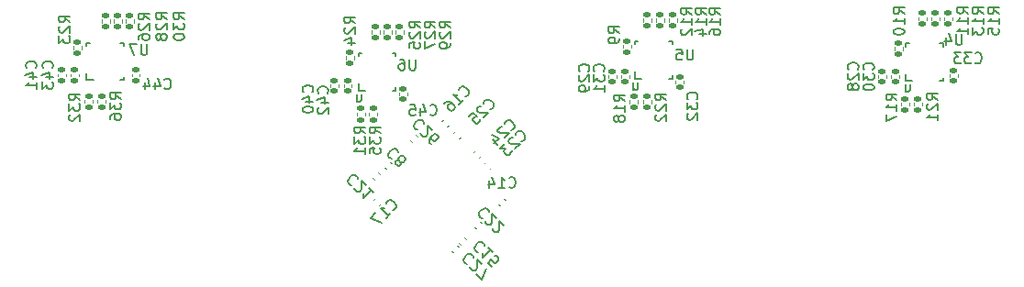
<source format=gbo>
G04 #@! TF.GenerationSoftware,KiCad,Pcbnew,(6.0.8)*
G04 #@! TF.CreationDate,2023-07-25T16:12:09-04:00*
G04 #@! TF.ProjectId,Hybrid USB Hub (USB3.0),48796272-6964-4205-9553-422048756220,v1.0*
G04 #@! TF.SameCoordinates,Original*
G04 #@! TF.FileFunction,Legend,Bot*
G04 #@! TF.FilePolarity,Positive*
%FSLAX46Y46*%
G04 Gerber Fmt 4.6, Leading zero omitted, Abs format (unit mm)*
G04 Created by KiCad (PCBNEW (6.0.8)) date 2023-07-25 16:12:09*
%MOMM*%
%LPD*%
G01*
G04 APERTURE LIST*
G04 Aperture macros list*
%AMRoundRect*
0 Rectangle with rounded corners*
0 $1 Rounding radius*
0 $2 $3 $4 $5 $6 $7 $8 $9 X,Y pos of 4 corners*
0 Add a 4 corners polygon primitive as box body*
4,1,4,$2,$3,$4,$5,$6,$7,$8,$9,$2,$3,0*
0 Add four circle primitives for the rounded corners*
1,1,$1+$1,$2,$3*
1,1,$1+$1,$4,$5*
1,1,$1+$1,$6,$7*
1,1,$1+$1,$8,$9*
0 Add four rect primitives between the rounded corners*
20,1,$1+$1,$2,$3,$4,$5,0*
20,1,$1+$1,$4,$5,$6,$7,0*
20,1,$1+$1,$6,$7,$8,$9,0*
20,1,$1+$1,$8,$9,$2,$3,0*%
G04 Aperture macros list end*
%ADD10C,0.150000*%
%ADD11C,0.120000*%
%ADD12C,0.152400*%
%ADD13C,1.200000*%
%ADD14O,1.200000X2.100000*%
%ADD15O,1.200000X2.400000*%
%ADD16R,1.600000X1.600000*%
%ADD17C,1.600000*%
%ADD18C,3.200000*%
%ADD19R,4.000000X2.000000*%
%ADD20O,3.300000X2.000000*%
%ADD21O,2.000000X3.500000*%
%ADD22RoundRect,0.140000X0.021213X-0.219203X0.219203X-0.021213X-0.021213X0.219203X-0.219203X0.021213X0*%
%ADD23RoundRect,0.135000X-0.185000X0.135000X-0.185000X-0.135000X0.185000X-0.135000X0.185000X0.135000X0*%
%ADD24RoundRect,0.135000X0.185000X-0.135000X0.185000X0.135000X-0.185000X0.135000X-0.185000X-0.135000X0*%
%ADD25RoundRect,0.140000X-0.170000X0.140000X-0.170000X-0.140000X0.170000X-0.140000X0.170000X0.140000X0*%
%ADD26C,0.600000*%
%ADD27R,1.659999X1.659999*%
%ADD28O,0.599999X0.240000*%
%ADD29O,0.240000X0.599999*%
%ADD30RoundRect,0.140000X-0.219203X-0.021213X-0.021213X-0.219203X0.219203X0.021213X0.021213X0.219203X0*%
%ADD31RoundRect,0.140000X0.219203X0.021213X0.021213X0.219203X-0.219203X-0.021213X-0.021213X-0.219203X0*%
%ADD32RoundRect,0.140000X-0.021213X0.219203X-0.219203X0.021213X0.021213X-0.219203X0.219203X-0.021213X0*%
G04 APERTURE END LIST*
D10*
X153707106Y-106397969D02*
X153774450Y-106397969D01*
X153909137Y-106330625D01*
X153976480Y-106263282D01*
X154043824Y-106128595D01*
X154043824Y-105993908D01*
X154010152Y-105892893D01*
X153909137Y-105724534D01*
X153808122Y-105623519D01*
X153639763Y-105522503D01*
X153538748Y-105488832D01*
X153404061Y-105488832D01*
X153269374Y-105556175D01*
X153202030Y-105623519D01*
X153134687Y-105758206D01*
X153134687Y-105825549D01*
X152865312Y-106094923D02*
X152797969Y-106094923D01*
X152696954Y-106128595D01*
X152528595Y-106296954D01*
X152494923Y-106397969D01*
X152494923Y-106465312D01*
X152528595Y-106566328D01*
X152595938Y-106633671D01*
X152730625Y-106701015D01*
X153538748Y-106701015D01*
X153101015Y-107138748D01*
X152023519Y-107273435D02*
X152494923Y-107744839D01*
X151922503Y-106835702D02*
X152595938Y-107172419D01*
X152158206Y-107610152D01*
X163722380Y-97463333D02*
X163246190Y-97130000D01*
X163722380Y-96891904D02*
X162722380Y-96891904D01*
X162722380Y-97272857D01*
X162770000Y-97368095D01*
X162817619Y-97415714D01*
X162912857Y-97463333D01*
X163055714Y-97463333D01*
X163150952Y-97415714D01*
X163198571Y-97368095D01*
X163246190Y-97272857D01*
X163246190Y-96891904D01*
X163722380Y-97939523D02*
X163722380Y-98130000D01*
X163674761Y-98225238D01*
X163627142Y-98272857D01*
X163484285Y-98368095D01*
X163293809Y-98415714D01*
X162912857Y-98415714D01*
X162817619Y-98368095D01*
X162770000Y-98320476D01*
X162722380Y-98225238D01*
X162722380Y-98034761D01*
X162770000Y-97939523D01*
X162817619Y-97891904D01*
X162912857Y-97844285D01*
X163150952Y-97844285D01*
X163246190Y-97891904D01*
X163293809Y-97939523D01*
X163341428Y-98034761D01*
X163341428Y-98225238D01*
X163293809Y-98320476D01*
X163246190Y-98368095D01*
X163150952Y-98415714D01*
X195922380Y-95652142D02*
X195446190Y-95318809D01*
X195922380Y-95080714D02*
X194922380Y-95080714D01*
X194922380Y-95461666D01*
X194970000Y-95556904D01*
X195017619Y-95604523D01*
X195112857Y-95652142D01*
X195255714Y-95652142D01*
X195350952Y-95604523D01*
X195398571Y-95556904D01*
X195446190Y-95461666D01*
X195446190Y-95080714D01*
X195922380Y-96604523D02*
X195922380Y-96033095D01*
X195922380Y-96318809D02*
X194922380Y-96318809D01*
X195065238Y-96223571D01*
X195160476Y-96128333D01*
X195208095Y-96033095D01*
X195922380Y-97556904D02*
X195922380Y-96985476D01*
X195922380Y-97271190D02*
X194922380Y-97271190D01*
X195065238Y-97175952D01*
X195160476Y-97080714D01*
X195208095Y-96985476D01*
X136777142Y-103007142D02*
X136824761Y-102959523D01*
X136872380Y-102816666D01*
X136872380Y-102721428D01*
X136824761Y-102578571D01*
X136729523Y-102483333D01*
X136634285Y-102435714D01*
X136443809Y-102388095D01*
X136300952Y-102388095D01*
X136110476Y-102435714D01*
X136015238Y-102483333D01*
X135920000Y-102578571D01*
X135872380Y-102721428D01*
X135872380Y-102816666D01*
X135920000Y-102959523D01*
X135967619Y-103007142D01*
X136205714Y-103864285D02*
X136872380Y-103864285D01*
X135824761Y-103626190D02*
X136539047Y-103388095D01*
X136539047Y-104007142D01*
X135967619Y-104340476D02*
X135920000Y-104388095D01*
X135872380Y-104483333D01*
X135872380Y-104721428D01*
X135920000Y-104816666D01*
X135967619Y-104864285D01*
X136062857Y-104911904D01*
X136158095Y-104911904D01*
X136300952Y-104864285D01*
X136872380Y-104292857D01*
X136872380Y-104911904D01*
X142787695Y-113792380D02*
X142855039Y-113792380D01*
X142989726Y-113725036D01*
X143057069Y-113657693D01*
X143124413Y-113523006D01*
X143124413Y-113388319D01*
X143090741Y-113287304D01*
X142989726Y-113118945D01*
X142888711Y-113017930D01*
X142720352Y-112916914D01*
X142619337Y-112883243D01*
X142484650Y-112883243D01*
X142349963Y-112950586D01*
X142282619Y-113017930D01*
X142215276Y-113152617D01*
X142215276Y-113219960D01*
X142181604Y-114533159D02*
X142585665Y-114129098D01*
X142383634Y-114331128D02*
X141676527Y-113624021D01*
X141844886Y-113657693D01*
X141979573Y-113657693D01*
X142080589Y-113624021D01*
X141238795Y-114061754D02*
X140767390Y-114533159D01*
X141777543Y-114937220D01*
X151807106Y-104497969D02*
X151874450Y-104497969D01*
X152009137Y-104430625D01*
X152076480Y-104363282D01*
X152143824Y-104228595D01*
X152143824Y-104093908D01*
X152110152Y-103992893D01*
X152009137Y-103824534D01*
X151908122Y-103723519D01*
X151739763Y-103622503D01*
X151638748Y-103588832D01*
X151504061Y-103588832D01*
X151369374Y-103656175D01*
X151302030Y-103723519D01*
X151234687Y-103858206D01*
X151234687Y-103925549D01*
X150965312Y-104194923D02*
X150897969Y-104194923D01*
X150796954Y-104228595D01*
X150628595Y-104396954D01*
X150594923Y-104497969D01*
X150594923Y-104565312D01*
X150628595Y-104666328D01*
X150695938Y-104733671D01*
X150830625Y-104801015D01*
X151638748Y-104801015D01*
X151201015Y-105238748D01*
X149854145Y-105171404D02*
X150190862Y-104834687D01*
X150561251Y-105137732D01*
X150493908Y-105137732D01*
X150392893Y-105171404D01*
X150224534Y-105339763D01*
X150190862Y-105440778D01*
X150190862Y-105508122D01*
X150224534Y-105609137D01*
X150392893Y-105777496D01*
X150493908Y-105811167D01*
X150561251Y-105811167D01*
X150662267Y-105777496D01*
X150830625Y-105609137D01*
X150864297Y-105508122D01*
X150864297Y-105440778D01*
X164222380Y-103737142D02*
X163746190Y-103403809D01*
X164222380Y-103165714D02*
X163222380Y-103165714D01*
X163222380Y-103546666D01*
X163270000Y-103641904D01*
X163317619Y-103689523D01*
X163412857Y-103737142D01*
X163555714Y-103737142D01*
X163650952Y-103689523D01*
X163698571Y-103641904D01*
X163746190Y-103546666D01*
X163746190Y-103165714D01*
X164222380Y-104689523D02*
X164222380Y-104118095D01*
X164222380Y-104403809D02*
X163222380Y-104403809D01*
X163365238Y-104308571D01*
X163460476Y-104213333D01*
X163508095Y-104118095D01*
X163650952Y-105260952D02*
X163603333Y-105165714D01*
X163555714Y-105118095D01*
X163460476Y-105070476D01*
X163412857Y-105070476D01*
X163317619Y-105118095D01*
X163270000Y-105165714D01*
X163222380Y-105260952D01*
X163222380Y-105451428D01*
X163270000Y-105546666D01*
X163317619Y-105594285D01*
X163412857Y-105641904D01*
X163460476Y-105641904D01*
X163555714Y-105594285D01*
X163603333Y-105546666D01*
X163650952Y-105451428D01*
X163650952Y-105260952D01*
X163698571Y-105165714D01*
X163746190Y-105118095D01*
X163841428Y-105070476D01*
X164031904Y-105070476D01*
X164127142Y-105118095D01*
X164174761Y-105165714D01*
X164222380Y-105260952D01*
X164222380Y-105451428D01*
X164174761Y-105546666D01*
X164127142Y-105594285D01*
X164031904Y-105641904D01*
X163841428Y-105641904D01*
X163746190Y-105594285D01*
X163698571Y-105546666D01*
X163650952Y-105451428D01*
X148147379Y-96962142D02*
X147671189Y-96628809D01*
X148147379Y-96390714D02*
X147147379Y-96390714D01*
X147147379Y-96771666D01*
X147194999Y-96866904D01*
X147242618Y-96914523D01*
X147337856Y-96962142D01*
X147480713Y-96962142D01*
X147575951Y-96914523D01*
X147623570Y-96866904D01*
X147671189Y-96771666D01*
X147671189Y-96390714D01*
X147242618Y-97343095D02*
X147194999Y-97390714D01*
X147147379Y-97485952D01*
X147147379Y-97724047D01*
X147194999Y-97819285D01*
X147242618Y-97866904D01*
X147337856Y-97914523D01*
X147433094Y-97914523D01*
X147575951Y-97866904D01*
X148147379Y-97295476D01*
X148147379Y-97914523D01*
X148147379Y-98390714D02*
X148147379Y-98581190D01*
X148099760Y-98676428D01*
X148052141Y-98724047D01*
X147909284Y-98819285D01*
X147718808Y-98866904D01*
X147337856Y-98866904D01*
X147242618Y-98819285D01*
X147194999Y-98771666D01*
X147147379Y-98676428D01*
X147147379Y-98485952D01*
X147194999Y-98390714D01*
X147242618Y-98343095D01*
X147337856Y-98295476D01*
X147575951Y-98295476D01*
X147671189Y-98343095D01*
X147718808Y-98390714D01*
X147766427Y-98485952D01*
X147766427Y-98676428D01*
X147718808Y-98771666D01*
X147671189Y-98819285D01*
X147575951Y-98866904D01*
X144931904Y-99882380D02*
X144931904Y-100691904D01*
X144884285Y-100787142D01*
X144836666Y-100834761D01*
X144741428Y-100882380D01*
X144550952Y-100882380D01*
X144455714Y-100834761D01*
X144408095Y-100787142D01*
X144360476Y-100691904D01*
X144360476Y-99882380D01*
X143455714Y-99882380D02*
X143646190Y-99882380D01*
X143741428Y-99930000D01*
X143789047Y-99977619D01*
X143884285Y-100120476D01*
X143931904Y-100310952D01*
X143931904Y-100691904D01*
X143884285Y-100787142D01*
X143836666Y-100834761D01*
X143741428Y-100882380D01*
X143550952Y-100882380D01*
X143455714Y-100834761D01*
X143408095Y-100787142D01*
X143360476Y-100691904D01*
X143360476Y-100453809D01*
X143408095Y-100358571D01*
X143455714Y-100310952D01*
X143550952Y-100263333D01*
X143741428Y-100263333D01*
X143836666Y-100310952D01*
X143884285Y-100358571D01*
X143931904Y-100453809D01*
X139495714Y-103095714D02*
X139495714Y-103762380D01*
X139924285Y-103095714D02*
X139924285Y-103619523D01*
X139876666Y-103714761D01*
X139781428Y-103762380D01*
X139638571Y-103762380D01*
X139543333Y-103714761D01*
X139495714Y-103667142D01*
X171747380Y-95737142D02*
X171271190Y-95403809D01*
X171747380Y-95165714D02*
X170747380Y-95165714D01*
X170747380Y-95546666D01*
X170795000Y-95641904D01*
X170842619Y-95689523D01*
X170937857Y-95737142D01*
X171080714Y-95737142D01*
X171175952Y-95689523D01*
X171223571Y-95641904D01*
X171271190Y-95546666D01*
X171271190Y-95165714D01*
X171747380Y-96689523D02*
X171747380Y-96118095D01*
X171747380Y-96403809D02*
X170747380Y-96403809D01*
X170890238Y-96308571D01*
X170985476Y-96213333D01*
X171033095Y-96118095D01*
X171080714Y-97546666D02*
X171747380Y-97546666D01*
X170699761Y-97308571D02*
X171414047Y-97070476D01*
X171414047Y-97689523D01*
X151667970Y-113972893D02*
X151667970Y-113905549D01*
X151600626Y-113770862D01*
X151533283Y-113703519D01*
X151398596Y-113636175D01*
X151263909Y-113636175D01*
X151162894Y-113669847D01*
X150994535Y-113770862D01*
X150893520Y-113871877D01*
X150792504Y-114040236D01*
X150758833Y-114141251D01*
X150758833Y-114275938D01*
X150826176Y-114410625D01*
X150893520Y-114477969D01*
X151028207Y-114545312D01*
X151095550Y-114545312D01*
X151364924Y-114814687D02*
X151364924Y-114882030D01*
X151398596Y-114983045D01*
X151566955Y-115151404D01*
X151667970Y-115185076D01*
X151735313Y-115185076D01*
X151836329Y-115151404D01*
X151903672Y-115084061D01*
X151971016Y-114949374D01*
X151971016Y-114141251D01*
X152408749Y-114578984D01*
X152038359Y-115488122D02*
X152038359Y-115555465D01*
X152072031Y-115656480D01*
X152240390Y-115824839D01*
X152341405Y-115858511D01*
X152408749Y-115858511D01*
X152509764Y-115824839D01*
X152577107Y-115757496D01*
X152644451Y-115622809D01*
X152644451Y-114814687D01*
X153082184Y-115252419D01*
X189322380Y-103662142D02*
X188846190Y-103328809D01*
X189322380Y-103090714D02*
X188322380Y-103090714D01*
X188322380Y-103471666D01*
X188370000Y-103566904D01*
X188417619Y-103614523D01*
X188512857Y-103662142D01*
X188655714Y-103662142D01*
X188750952Y-103614523D01*
X188798571Y-103566904D01*
X188846190Y-103471666D01*
X188846190Y-103090714D01*
X189322380Y-104614523D02*
X189322380Y-104043095D01*
X189322380Y-104328809D02*
X188322380Y-104328809D01*
X188465238Y-104233571D01*
X188560476Y-104138333D01*
X188608095Y-104043095D01*
X188322380Y-104947857D02*
X188322380Y-105614523D01*
X189322380Y-105185952D01*
X195331904Y-97532380D02*
X195331904Y-98341904D01*
X195284285Y-98437142D01*
X195236666Y-98484761D01*
X195141428Y-98532380D01*
X194950952Y-98532380D01*
X194855714Y-98484761D01*
X194808095Y-98437142D01*
X194760476Y-98341904D01*
X194760476Y-97532380D01*
X193855714Y-97865714D02*
X193855714Y-98532380D01*
X194093809Y-97484761D02*
X194331904Y-98199047D01*
X193712857Y-98199047D01*
X190105714Y-102190714D02*
X190105714Y-102857380D01*
X190534285Y-102190714D02*
X190534285Y-102714523D01*
X190486666Y-102809761D01*
X190391428Y-102857380D01*
X190248571Y-102857380D01*
X190153333Y-102809761D01*
X190105714Y-102762142D01*
X146747379Y-96962142D02*
X146271189Y-96628809D01*
X146747379Y-96390714D02*
X145747379Y-96390714D01*
X145747379Y-96771666D01*
X145794999Y-96866904D01*
X145842618Y-96914523D01*
X145937856Y-96962142D01*
X146080713Y-96962142D01*
X146175951Y-96914523D01*
X146223570Y-96866904D01*
X146271189Y-96771666D01*
X146271189Y-96390714D01*
X145842618Y-97343095D02*
X145794999Y-97390714D01*
X145747379Y-97485952D01*
X145747379Y-97724047D01*
X145794999Y-97819285D01*
X145842618Y-97866904D01*
X145937856Y-97914523D01*
X146033094Y-97914523D01*
X146175951Y-97866904D01*
X146747379Y-97295476D01*
X146747379Y-97914523D01*
X145747379Y-98247857D02*
X145747379Y-98914523D01*
X146747379Y-98485952D01*
X146242857Y-104957142D02*
X146290476Y-105004761D01*
X146433333Y-105052380D01*
X146528571Y-105052380D01*
X146671428Y-105004761D01*
X146766666Y-104909523D01*
X146814285Y-104814285D01*
X146861904Y-104623809D01*
X146861904Y-104480952D01*
X146814285Y-104290476D01*
X146766666Y-104195238D01*
X146671428Y-104100000D01*
X146528571Y-104052380D01*
X146433333Y-104052380D01*
X146290476Y-104100000D01*
X146242857Y-104147619D01*
X145385714Y-104385714D02*
X145385714Y-105052380D01*
X145623809Y-104004761D02*
X145861904Y-104719047D01*
X145242857Y-104719047D01*
X144385714Y-104052380D02*
X144861904Y-104052380D01*
X144909523Y-104528571D01*
X144861904Y-104480952D01*
X144766666Y-104433333D01*
X144528571Y-104433333D01*
X144433333Y-104480952D01*
X144385714Y-104528571D01*
X144338095Y-104623809D01*
X144338095Y-104861904D01*
X144385714Y-104957142D01*
X144433333Y-105004761D01*
X144528571Y-105052380D01*
X144766666Y-105052380D01*
X144861904Y-105004761D01*
X144909523Y-104957142D01*
X145692969Y-105797893D02*
X145692969Y-105730549D01*
X145625625Y-105595862D01*
X145558282Y-105528519D01*
X145423595Y-105461175D01*
X145288908Y-105461175D01*
X145187893Y-105494847D01*
X145019534Y-105595862D01*
X144918519Y-105696877D01*
X144817503Y-105865236D01*
X144783832Y-105966251D01*
X144783832Y-106100938D01*
X144851175Y-106235625D01*
X144918519Y-106302969D01*
X145053206Y-106370312D01*
X145120549Y-106370312D01*
X145389923Y-106639687D02*
X145389923Y-106707030D01*
X145423595Y-106808045D01*
X145591954Y-106976404D01*
X145692969Y-107010076D01*
X145760312Y-107010076D01*
X145861328Y-106976404D01*
X145928671Y-106909061D01*
X145996015Y-106774374D01*
X145996015Y-105966251D01*
X146433748Y-106403984D01*
X146332732Y-107717183D02*
X146198045Y-107582496D01*
X146164374Y-107481480D01*
X146164374Y-107414137D01*
X146198045Y-107245778D01*
X146299061Y-107077419D01*
X146568435Y-106808045D01*
X146669450Y-106774374D01*
X146736793Y-106774374D01*
X146837809Y-106808045D01*
X146972496Y-106942732D01*
X147006167Y-107043748D01*
X147006167Y-107111091D01*
X146972496Y-107212106D01*
X146804137Y-107380465D01*
X146703122Y-107414137D01*
X146635778Y-107414137D01*
X146534763Y-107380465D01*
X146400076Y-107245778D01*
X146366404Y-107144763D01*
X146366404Y-107077419D01*
X146400076Y-106976404D01*
X154707106Y-107397968D02*
X154774450Y-107397968D01*
X154909137Y-107330624D01*
X154976480Y-107263281D01*
X155043824Y-107128594D01*
X155043824Y-106993907D01*
X155010152Y-106892892D01*
X154909137Y-106724533D01*
X154808122Y-106623518D01*
X154639763Y-106522502D01*
X154538748Y-106488831D01*
X154404061Y-106488831D01*
X154269374Y-106556174D01*
X154202030Y-106623518D01*
X154134687Y-106758205D01*
X154134687Y-106825548D01*
X153865312Y-107094922D02*
X153797969Y-107094922D01*
X153696954Y-107128594D01*
X153528595Y-107296953D01*
X153494923Y-107397968D01*
X153494923Y-107465311D01*
X153528595Y-107566327D01*
X153595938Y-107633670D01*
X153730625Y-107701014D01*
X154538748Y-107701014D01*
X154101015Y-108138747D01*
X153158206Y-107667342D02*
X152720473Y-108105075D01*
X153225549Y-108138747D01*
X153124534Y-108239762D01*
X153090862Y-108340777D01*
X153090862Y-108408121D01*
X153124534Y-108509136D01*
X153292893Y-108677495D01*
X153393908Y-108711166D01*
X153461251Y-108711166D01*
X153562267Y-108677495D01*
X153764297Y-108475464D01*
X153797969Y-108374449D01*
X153797969Y-108307105D01*
X196542857Y-100157142D02*
X196590476Y-100204761D01*
X196733333Y-100252380D01*
X196828571Y-100252380D01*
X196971428Y-100204761D01*
X197066666Y-100109523D01*
X197114285Y-100014285D01*
X197161904Y-99823809D01*
X197161904Y-99680952D01*
X197114285Y-99490476D01*
X197066666Y-99395238D01*
X196971428Y-99300000D01*
X196828571Y-99252380D01*
X196733333Y-99252380D01*
X196590476Y-99300000D01*
X196542857Y-99347619D01*
X196209523Y-99252380D02*
X195590476Y-99252380D01*
X195923809Y-99633333D01*
X195780952Y-99633333D01*
X195685714Y-99680952D01*
X195638095Y-99728571D01*
X195590476Y-99823809D01*
X195590476Y-100061904D01*
X195638095Y-100157142D01*
X195685714Y-100204761D01*
X195780952Y-100252380D01*
X196066666Y-100252380D01*
X196161904Y-100204761D01*
X196209523Y-100157142D01*
X195257142Y-99252380D02*
X194638095Y-99252380D01*
X194971428Y-99633333D01*
X194828571Y-99633333D01*
X194733333Y-99680952D01*
X194685714Y-99728571D01*
X194638095Y-99823809D01*
X194638095Y-100061904D01*
X194685714Y-100157142D01*
X194733333Y-100204761D01*
X194828571Y-100252380D01*
X195114285Y-100252380D01*
X195209523Y-100204761D01*
X195257142Y-100157142D01*
X113022380Y-96457142D02*
X112546190Y-96123809D01*
X113022380Y-95885714D02*
X112022380Y-95885714D01*
X112022380Y-96266666D01*
X112070000Y-96361904D01*
X112117619Y-96409523D01*
X112212857Y-96457142D01*
X112355714Y-96457142D01*
X112450952Y-96409523D01*
X112498571Y-96361904D01*
X112546190Y-96266666D01*
X112546190Y-95885714D01*
X112117619Y-96838095D02*
X112070000Y-96885714D01*
X112022380Y-96980952D01*
X112022380Y-97219047D01*
X112070000Y-97314285D01*
X112117619Y-97361904D01*
X112212857Y-97409523D01*
X112308095Y-97409523D01*
X112450952Y-97361904D01*
X113022380Y-96790476D01*
X113022380Y-97409523D01*
X112022380Y-97742857D02*
X112022380Y-98361904D01*
X112403333Y-98028571D01*
X112403333Y-98171428D01*
X112450952Y-98266666D01*
X112498571Y-98314285D01*
X112593809Y-98361904D01*
X112831904Y-98361904D01*
X112927142Y-98314285D01*
X112974761Y-98266666D01*
X113022380Y-98171428D01*
X113022380Y-97885714D01*
X112974761Y-97790476D01*
X112927142Y-97742857D01*
X185702142Y-100807142D02*
X185749761Y-100759523D01*
X185797380Y-100616666D01*
X185797380Y-100521428D01*
X185749761Y-100378571D01*
X185654523Y-100283333D01*
X185559285Y-100235714D01*
X185368809Y-100188095D01*
X185225952Y-100188095D01*
X185035476Y-100235714D01*
X184940238Y-100283333D01*
X184845000Y-100378571D01*
X184797380Y-100521428D01*
X184797380Y-100616666D01*
X184845000Y-100759523D01*
X184892619Y-100807142D01*
X184892619Y-101188095D02*
X184845000Y-101235714D01*
X184797380Y-101330952D01*
X184797380Y-101569047D01*
X184845000Y-101664285D01*
X184892619Y-101711904D01*
X184987857Y-101759523D01*
X185083095Y-101759523D01*
X185225952Y-101711904D01*
X185797380Y-101140476D01*
X185797380Y-101759523D01*
X185225952Y-102330952D02*
X185178333Y-102235714D01*
X185130714Y-102188095D01*
X185035476Y-102140476D01*
X184987857Y-102140476D01*
X184892619Y-102188095D01*
X184845000Y-102235714D01*
X184797380Y-102330952D01*
X184797380Y-102521428D01*
X184845000Y-102616666D01*
X184892619Y-102664285D01*
X184987857Y-102711904D01*
X185035476Y-102711904D01*
X185130714Y-102664285D01*
X185178333Y-102616666D01*
X185225952Y-102521428D01*
X185225952Y-102330952D01*
X185273571Y-102235714D01*
X185321190Y-102188095D01*
X185416428Y-102140476D01*
X185606904Y-102140476D01*
X185702142Y-102188095D01*
X185749761Y-102235714D01*
X185797380Y-102330952D01*
X185797380Y-102521428D01*
X185749761Y-102616666D01*
X185702142Y-102664285D01*
X185606904Y-102711904D01*
X185416428Y-102711904D01*
X185321190Y-102664285D01*
X185273571Y-102616666D01*
X185225952Y-102521428D01*
X170531904Y-98932380D02*
X170531904Y-99741904D01*
X170484285Y-99837142D01*
X170436666Y-99884761D01*
X170341428Y-99932380D01*
X170150952Y-99932380D01*
X170055714Y-99884761D01*
X170008095Y-99837142D01*
X169960476Y-99741904D01*
X169960476Y-98932380D01*
X169008095Y-98932380D02*
X169484285Y-98932380D01*
X169531904Y-99408571D01*
X169484285Y-99360952D01*
X169389047Y-99313333D01*
X169150952Y-99313333D01*
X169055714Y-99360952D01*
X169008095Y-99408571D01*
X168960476Y-99503809D01*
X168960476Y-99741904D01*
X169008095Y-99837142D01*
X169055714Y-99884761D01*
X169150952Y-99932380D01*
X169389047Y-99932380D01*
X169484285Y-99884761D01*
X169531904Y-99837142D01*
X165030714Y-101990714D02*
X165030714Y-102657380D01*
X165459285Y-101990714D02*
X165459285Y-102514523D01*
X165411666Y-102609761D01*
X165316428Y-102657380D01*
X165173571Y-102657380D01*
X165078333Y-102609761D01*
X165030714Y-102562142D01*
X170857142Y-103557142D02*
X170904761Y-103509523D01*
X170952380Y-103366666D01*
X170952380Y-103271428D01*
X170904761Y-103128571D01*
X170809523Y-103033333D01*
X170714285Y-102985714D01*
X170523809Y-102938095D01*
X170380952Y-102938095D01*
X170190476Y-102985714D01*
X170095238Y-103033333D01*
X170000000Y-103128571D01*
X169952380Y-103271428D01*
X169952380Y-103366666D01*
X170000000Y-103509523D01*
X170047619Y-103557142D01*
X169952380Y-103890476D02*
X169952380Y-104509523D01*
X170333333Y-104176190D01*
X170333333Y-104319047D01*
X170380952Y-104414285D01*
X170428571Y-104461904D01*
X170523809Y-104509523D01*
X170761904Y-104509523D01*
X170857142Y-104461904D01*
X170904761Y-104414285D01*
X170952380Y-104319047D01*
X170952380Y-104033333D01*
X170904761Y-103938095D01*
X170857142Y-103890476D01*
X170047619Y-104890476D02*
X170000000Y-104938095D01*
X169952380Y-105033333D01*
X169952380Y-105271428D01*
X170000000Y-105366666D01*
X170047619Y-105414285D01*
X170142857Y-105461904D01*
X170238095Y-105461904D01*
X170380952Y-105414285D01*
X170952380Y-104842857D01*
X170952380Y-105461904D01*
X135377142Y-102907142D02*
X135424761Y-102859523D01*
X135472380Y-102716666D01*
X135472380Y-102621428D01*
X135424761Y-102478571D01*
X135329523Y-102383333D01*
X135234285Y-102335714D01*
X135043809Y-102288095D01*
X134900952Y-102288095D01*
X134710476Y-102335714D01*
X134615238Y-102383333D01*
X134520000Y-102478571D01*
X134472380Y-102621428D01*
X134472380Y-102716666D01*
X134520000Y-102859523D01*
X134567619Y-102907142D01*
X134805714Y-103764285D02*
X135472380Y-103764285D01*
X134424761Y-103526190D02*
X135139047Y-103288095D01*
X135139047Y-103907142D01*
X134472380Y-104478571D02*
X134472380Y-104573809D01*
X134520000Y-104669047D01*
X134567619Y-104716666D01*
X134662857Y-104764285D01*
X134853333Y-104811904D01*
X135091428Y-104811904D01*
X135281904Y-104764285D01*
X135377142Y-104716666D01*
X135424761Y-104669047D01*
X135472380Y-104573809D01*
X135472380Y-104478571D01*
X135424761Y-104383333D01*
X135377142Y-104335714D01*
X135281904Y-104288095D01*
X135091428Y-104240476D01*
X134853333Y-104240476D01*
X134662857Y-104288095D01*
X134567619Y-104335714D01*
X134520000Y-104383333D01*
X134472380Y-104478571D01*
X143324931Y-108489366D02*
X143324931Y-108422023D01*
X143257587Y-108287336D01*
X143190244Y-108219992D01*
X143055556Y-108152649D01*
X142920869Y-108152649D01*
X142819854Y-108186320D01*
X142651495Y-108287336D01*
X142550480Y-108388351D01*
X142449465Y-108556710D01*
X142415793Y-108657725D01*
X142415793Y-108792412D01*
X142483137Y-108927099D01*
X142550480Y-108994443D01*
X142685167Y-109061786D01*
X142752511Y-109061786D01*
X143392274Y-109230145D02*
X143291259Y-109196473D01*
X143223915Y-109196473D01*
X143122900Y-109230145D01*
X143089228Y-109263817D01*
X143055556Y-109364832D01*
X143055556Y-109432175D01*
X143089228Y-109533191D01*
X143223915Y-109667878D01*
X143324931Y-109701549D01*
X143392274Y-109701549D01*
X143493289Y-109667878D01*
X143526961Y-109634206D01*
X143560633Y-109533191D01*
X143560633Y-109465847D01*
X143526961Y-109364832D01*
X143392274Y-109230145D01*
X143358602Y-109129130D01*
X143358602Y-109061786D01*
X143392274Y-108960771D01*
X143526961Y-108826084D01*
X143627976Y-108792412D01*
X143695320Y-108792412D01*
X143796335Y-108826084D01*
X143931022Y-108960771D01*
X143964694Y-109061786D01*
X143964694Y-109129130D01*
X143931022Y-109230145D01*
X143796335Y-109364832D01*
X143695320Y-109398504D01*
X143627976Y-109398504D01*
X143526961Y-109364832D01*
X187127142Y-100832142D02*
X187174761Y-100784523D01*
X187222380Y-100641666D01*
X187222380Y-100546428D01*
X187174761Y-100403571D01*
X187079523Y-100308333D01*
X186984285Y-100260714D01*
X186793809Y-100213095D01*
X186650952Y-100213095D01*
X186460476Y-100260714D01*
X186365238Y-100308333D01*
X186270000Y-100403571D01*
X186222380Y-100546428D01*
X186222380Y-100641666D01*
X186270000Y-100784523D01*
X186317619Y-100832142D01*
X186222380Y-101165476D02*
X186222380Y-101784523D01*
X186603333Y-101451190D01*
X186603333Y-101594047D01*
X186650952Y-101689285D01*
X186698571Y-101736904D01*
X186793809Y-101784523D01*
X187031904Y-101784523D01*
X187127142Y-101736904D01*
X187174761Y-101689285D01*
X187222380Y-101594047D01*
X187222380Y-101308333D01*
X187174761Y-101213095D01*
X187127142Y-101165476D01*
X186222380Y-102403571D02*
X186222380Y-102498809D01*
X186270000Y-102594047D01*
X186317619Y-102641666D01*
X186412857Y-102689285D01*
X186603333Y-102736904D01*
X186841428Y-102736904D01*
X187031904Y-102689285D01*
X187127142Y-102641666D01*
X187174761Y-102594047D01*
X187222380Y-102498809D01*
X187222380Y-102403571D01*
X187174761Y-102308333D01*
X187127142Y-102260714D01*
X187031904Y-102213095D01*
X186841428Y-102165476D01*
X186603333Y-102165476D01*
X186412857Y-102213095D01*
X186317619Y-102260714D01*
X186270000Y-102308333D01*
X186222380Y-102403571D01*
X197297380Y-95677142D02*
X196821190Y-95343809D01*
X197297380Y-95105714D02*
X196297380Y-95105714D01*
X196297380Y-95486666D01*
X196345000Y-95581904D01*
X196392619Y-95629523D01*
X196487857Y-95677142D01*
X196630714Y-95677142D01*
X196725952Y-95629523D01*
X196773571Y-95581904D01*
X196821190Y-95486666D01*
X196821190Y-95105714D01*
X197297380Y-96629523D02*
X197297380Y-96058095D01*
X197297380Y-96343809D02*
X196297380Y-96343809D01*
X196440238Y-96248571D01*
X196535476Y-96153333D01*
X196583095Y-96058095D01*
X196297380Y-96962857D02*
X196297380Y-97581904D01*
X196678333Y-97248571D01*
X196678333Y-97391428D01*
X196725952Y-97486666D01*
X196773571Y-97534285D01*
X196868809Y-97581904D01*
X197106904Y-97581904D01*
X197202142Y-97534285D01*
X197249761Y-97486666D01*
X197297380Y-97391428D01*
X197297380Y-97105714D01*
X197249761Y-97010476D01*
X197202142Y-96962857D01*
X190022380Y-95687142D02*
X189546190Y-95353809D01*
X190022380Y-95115714D02*
X189022380Y-95115714D01*
X189022380Y-95496666D01*
X189070000Y-95591904D01*
X189117619Y-95639523D01*
X189212857Y-95687142D01*
X189355714Y-95687142D01*
X189450952Y-95639523D01*
X189498571Y-95591904D01*
X189546190Y-95496666D01*
X189546190Y-95115714D01*
X190022380Y-96639523D02*
X190022380Y-96068095D01*
X190022380Y-96353809D02*
X189022380Y-96353809D01*
X189165238Y-96258571D01*
X189260476Y-96163333D01*
X189308095Y-96068095D01*
X189022380Y-97258571D02*
X189022380Y-97353809D01*
X189070000Y-97449047D01*
X189117619Y-97496666D01*
X189212857Y-97544285D01*
X189403333Y-97591904D01*
X189641428Y-97591904D01*
X189831904Y-97544285D01*
X189927142Y-97496666D01*
X189974761Y-97449047D01*
X190022380Y-97353809D01*
X190022380Y-97258571D01*
X189974761Y-97163333D01*
X189927142Y-97115714D01*
X189831904Y-97068095D01*
X189641428Y-97020476D01*
X189403333Y-97020476D01*
X189212857Y-97068095D01*
X189117619Y-97115714D01*
X189070000Y-97163333D01*
X189022380Y-97258571D01*
X121972380Y-96187142D02*
X121496190Y-95853809D01*
X121972380Y-95615714D02*
X120972380Y-95615714D01*
X120972380Y-95996666D01*
X121020000Y-96091904D01*
X121067619Y-96139523D01*
X121162857Y-96187142D01*
X121305714Y-96187142D01*
X121400952Y-96139523D01*
X121448571Y-96091904D01*
X121496190Y-95996666D01*
X121496190Y-95615714D01*
X121067619Y-96568095D02*
X121020000Y-96615714D01*
X120972380Y-96710952D01*
X120972380Y-96949047D01*
X121020000Y-97044285D01*
X121067619Y-97091904D01*
X121162857Y-97139523D01*
X121258095Y-97139523D01*
X121400952Y-97091904D01*
X121972380Y-96520476D01*
X121972380Y-97139523D01*
X121400952Y-97710952D02*
X121353333Y-97615714D01*
X121305714Y-97568095D01*
X121210476Y-97520476D01*
X121162857Y-97520476D01*
X121067619Y-97568095D01*
X121020000Y-97615714D01*
X120972380Y-97710952D01*
X120972380Y-97901428D01*
X121020000Y-97996666D01*
X121067619Y-98044285D01*
X121162857Y-98091904D01*
X121210476Y-98091904D01*
X121305714Y-98044285D01*
X121353333Y-97996666D01*
X121400952Y-97901428D01*
X121400952Y-97710952D01*
X121448571Y-97615714D01*
X121496190Y-97568095D01*
X121591428Y-97520476D01*
X121781904Y-97520476D01*
X121877142Y-97568095D01*
X121924761Y-97615714D01*
X121972380Y-97710952D01*
X121972380Y-97901428D01*
X121924761Y-97996666D01*
X121877142Y-98044285D01*
X121781904Y-98091904D01*
X121591428Y-98091904D01*
X121496190Y-98044285D01*
X121448571Y-97996666D01*
X121400952Y-97901428D01*
X139597969Y-110892893D02*
X139597969Y-110825549D01*
X139530625Y-110690862D01*
X139463282Y-110623519D01*
X139328595Y-110556175D01*
X139193908Y-110556175D01*
X139092893Y-110589847D01*
X138924534Y-110690862D01*
X138823519Y-110791877D01*
X138722503Y-110960236D01*
X138688832Y-111061251D01*
X138688832Y-111195938D01*
X138756175Y-111330625D01*
X138823519Y-111397969D01*
X138958206Y-111465312D01*
X139025549Y-111465312D01*
X139294923Y-111734687D02*
X139294923Y-111802030D01*
X139328595Y-111903045D01*
X139496954Y-112071404D01*
X139597969Y-112105076D01*
X139665312Y-112105076D01*
X139766328Y-112071404D01*
X139833671Y-112004061D01*
X139901015Y-111869374D01*
X139901015Y-111061251D01*
X140338748Y-111498984D01*
X141012183Y-112172419D02*
X140608122Y-111768358D01*
X140810152Y-111970389D02*
X140103045Y-112677496D01*
X140136717Y-112509137D01*
X140136717Y-112374450D01*
X140103045Y-112273435D01*
X120347380Y-96212142D02*
X119871190Y-95878809D01*
X120347380Y-95640714D02*
X119347380Y-95640714D01*
X119347380Y-96021666D01*
X119395000Y-96116904D01*
X119442619Y-96164523D01*
X119537857Y-96212142D01*
X119680714Y-96212142D01*
X119775952Y-96164523D01*
X119823571Y-96116904D01*
X119871190Y-96021666D01*
X119871190Y-95640714D01*
X119442619Y-96593095D02*
X119395000Y-96640714D01*
X119347380Y-96735952D01*
X119347380Y-96974047D01*
X119395000Y-97069285D01*
X119442619Y-97116904D01*
X119537857Y-97164523D01*
X119633095Y-97164523D01*
X119775952Y-97116904D01*
X120347380Y-96545476D01*
X120347380Y-97164523D01*
X119347380Y-98021666D02*
X119347380Y-97831190D01*
X119395000Y-97735952D01*
X119442619Y-97688333D01*
X119585476Y-97593095D01*
X119775952Y-97545476D01*
X120156904Y-97545476D01*
X120252142Y-97593095D01*
X120299761Y-97640714D01*
X120347380Y-97735952D01*
X120347380Y-97926428D01*
X120299761Y-98021666D01*
X120252142Y-98069285D01*
X120156904Y-98116904D01*
X119918809Y-98116904D01*
X119823571Y-98069285D01*
X119775952Y-98021666D01*
X119728333Y-97926428D01*
X119728333Y-97735952D01*
X119775952Y-97640714D01*
X119823571Y-97593095D01*
X119918809Y-97545476D01*
X162252142Y-100962142D02*
X162299761Y-100914523D01*
X162347380Y-100771666D01*
X162347380Y-100676428D01*
X162299761Y-100533571D01*
X162204523Y-100438333D01*
X162109285Y-100390714D01*
X161918809Y-100343095D01*
X161775952Y-100343095D01*
X161585476Y-100390714D01*
X161490238Y-100438333D01*
X161395000Y-100533571D01*
X161347380Y-100676428D01*
X161347380Y-100771666D01*
X161395000Y-100914523D01*
X161442619Y-100962142D01*
X161347380Y-101295476D02*
X161347380Y-101914523D01*
X161728333Y-101581190D01*
X161728333Y-101724047D01*
X161775952Y-101819285D01*
X161823571Y-101866904D01*
X161918809Y-101914523D01*
X162156904Y-101914523D01*
X162252142Y-101866904D01*
X162299761Y-101819285D01*
X162347380Y-101724047D01*
X162347380Y-101438333D01*
X162299761Y-101343095D01*
X162252142Y-101295476D01*
X162347380Y-102866904D02*
X162347380Y-102295476D01*
X162347380Y-102581190D02*
X161347380Y-102581190D01*
X161490238Y-102485952D01*
X161585476Y-102390714D01*
X161633095Y-102295476D01*
X120161904Y-98452380D02*
X120161904Y-99261904D01*
X120114285Y-99357142D01*
X120066666Y-99404761D01*
X119971428Y-99452380D01*
X119780952Y-99452380D01*
X119685714Y-99404761D01*
X119638095Y-99357142D01*
X119590476Y-99261904D01*
X119590476Y-98452380D01*
X119209523Y-98452380D02*
X118542857Y-98452380D01*
X118971428Y-99452380D01*
X150267969Y-118172893D02*
X150267969Y-118105549D01*
X150200625Y-117970862D01*
X150133282Y-117903519D01*
X149998595Y-117836175D01*
X149863908Y-117836175D01*
X149762893Y-117869847D01*
X149594534Y-117970862D01*
X149493519Y-118071877D01*
X149392503Y-118240236D01*
X149358832Y-118341251D01*
X149358832Y-118475938D01*
X149426175Y-118610625D01*
X149493519Y-118677969D01*
X149628206Y-118745312D01*
X149695549Y-118745312D01*
X149964923Y-119014687D02*
X149964923Y-119082030D01*
X149998595Y-119183045D01*
X150166954Y-119351404D01*
X150267969Y-119385076D01*
X150335312Y-119385076D01*
X150436328Y-119351404D01*
X150503671Y-119284061D01*
X150571015Y-119149374D01*
X150571015Y-118341251D01*
X151008748Y-118778984D01*
X150537343Y-119721793D02*
X151008748Y-120193198D01*
X151412809Y-119183045D01*
X153542857Y-111657142D02*
X153590476Y-111704761D01*
X153733333Y-111752380D01*
X153828571Y-111752380D01*
X153971428Y-111704761D01*
X154066666Y-111609523D01*
X154114285Y-111514285D01*
X154161904Y-111323809D01*
X154161904Y-111180952D01*
X154114285Y-110990476D01*
X154066666Y-110895238D01*
X153971428Y-110800000D01*
X153828571Y-110752380D01*
X153733333Y-110752380D01*
X153590476Y-110800000D01*
X153542857Y-110847619D01*
X152590476Y-111752380D02*
X153161904Y-111752380D01*
X152876190Y-111752380D02*
X152876190Y-110752380D01*
X152971428Y-110895238D01*
X153066666Y-110990476D01*
X153161904Y-111038095D01*
X151733333Y-111085714D02*
X151733333Y-111752380D01*
X151971428Y-110704761D02*
X152209523Y-111419047D01*
X151590476Y-111419047D01*
X198747380Y-95677142D02*
X198271190Y-95343809D01*
X198747380Y-95105714D02*
X197747380Y-95105714D01*
X197747380Y-95486666D01*
X197795000Y-95581904D01*
X197842619Y-95629523D01*
X197937857Y-95677142D01*
X198080714Y-95677142D01*
X198175952Y-95629523D01*
X198223571Y-95581904D01*
X198271190Y-95486666D01*
X198271190Y-95105714D01*
X198747380Y-96629523D02*
X198747380Y-96058095D01*
X198747380Y-96343809D02*
X197747380Y-96343809D01*
X197890238Y-96248571D01*
X197985476Y-96153333D01*
X198033095Y-96058095D01*
X197747380Y-97534285D02*
X197747380Y-97058095D01*
X198223571Y-97010476D01*
X198175952Y-97058095D01*
X198128333Y-97153333D01*
X198128333Y-97391428D01*
X198175952Y-97486666D01*
X198223571Y-97534285D01*
X198318809Y-97581904D01*
X198556904Y-97581904D01*
X198652142Y-97534285D01*
X198699761Y-97486666D01*
X198747380Y-97391428D01*
X198747380Y-97153333D01*
X198699761Y-97058095D01*
X198652142Y-97010476D01*
X149507106Y-103297969D02*
X149574450Y-103297969D01*
X149709137Y-103230625D01*
X149776480Y-103163282D01*
X149843824Y-103028595D01*
X149843824Y-102893908D01*
X149810152Y-102792893D01*
X149709137Y-102624534D01*
X149608122Y-102523519D01*
X149439763Y-102422503D01*
X149338748Y-102388832D01*
X149204061Y-102388832D01*
X149069374Y-102456175D01*
X149002030Y-102523519D01*
X148934687Y-102658206D01*
X148934687Y-102725549D01*
X148901015Y-104038748D02*
X149305076Y-103634687D01*
X149103045Y-103836717D02*
X148395938Y-103129610D01*
X148564297Y-103163282D01*
X148698984Y-103163282D01*
X148800000Y-103129610D01*
X147587816Y-103937732D02*
X147722503Y-103803045D01*
X147823519Y-103769374D01*
X147890862Y-103769374D01*
X148059221Y-103803045D01*
X148227580Y-103904061D01*
X148496954Y-104173435D01*
X148530625Y-104274450D01*
X148530625Y-104341793D01*
X148496954Y-104442809D01*
X148362267Y-104577496D01*
X148261251Y-104611167D01*
X148193908Y-104611167D01*
X148092893Y-104577496D01*
X147924534Y-104409137D01*
X147890862Y-104308122D01*
X147890862Y-104240778D01*
X147924534Y-104139763D01*
X148059221Y-104005076D01*
X148160236Y-103971404D01*
X148227580Y-103971404D01*
X148328595Y-104005076D01*
X139352380Y-96557142D02*
X138876190Y-96223809D01*
X139352380Y-95985714D02*
X138352380Y-95985714D01*
X138352380Y-96366666D01*
X138400000Y-96461904D01*
X138447619Y-96509523D01*
X138542857Y-96557142D01*
X138685714Y-96557142D01*
X138780952Y-96509523D01*
X138828571Y-96461904D01*
X138876190Y-96366666D01*
X138876190Y-95985714D01*
X138447619Y-96938095D02*
X138400000Y-96985714D01*
X138352380Y-97080952D01*
X138352380Y-97319047D01*
X138400000Y-97414285D01*
X138447619Y-97461904D01*
X138542857Y-97509523D01*
X138638095Y-97509523D01*
X138780952Y-97461904D01*
X139352380Y-96890476D01*
X139352380Y-97509523D01*
X138685714Y-98366666D02*
X139352380Y-98366666D01*
X138304761Y-98128571D02*
X139019047Y-97890476D01*
X139019047Y-98509523D01*
X117752380Y-103557142D02*
X117276190Y-103223809D01*
X117752380Y-102985714D02*
X116752380Y-102985714D01*
X116752380Y-103366666D01*
X116800000Y-103461904D01*
X116847619Y-103509523D01*
X116942857Y-103557142D01*
X117085714Y-103557142D01*
X117180952Y-103509523D01*
X117228571Y-103461904D01*
X117276190Y-103366666D01*
X117276190Y-102985714D01*
X116752380Y-103890476D02*
X116752380Y-104509523D01*
X117133333Y-104176190D01*
X117133333Y-104319047D01*
X117180952Y-104414285D01*
X117228571Y-104461904D01*
X117323809Y-104509523D01*
X117561904Y-104509523D01*
X117657142Y-104461904D01*
X117704761Y-104414285D01*
X117752380Y-104319047D01*
X117752380Y-104033333D01*
X117704761Y-103938095D01*
X117657142Y-103890476D01*
X116752380Y-105366666D02*
X116752380Y-105176190D01*
X116800000Y-105080952D01*
X116847619Y-105033333D01*
X116990476Y-104938095D01*
X117180952Y-104890476D01*
X117561904Y-104890476D01*
X117657142Y-104938095D01*
X117704761Y-104985714D01*
X117752380Y-105080952D01*
X117752380Y-105271428D01*
X117704761Y-105366666D01*
X117657142Y-105414285D01*
X117561904Y-105461904D01*
X117323809Y-105461904D01*
X117228571Y-105414285D01*
X117180952Y-105366666D01*
X117133333Y-105271428D01*
X117133333Y-105080952D01*
X117180952Y-104985714D01*
X117228571Y-104938095D01*
X117323809Y-104890476D01*
X173022380Y-95737142D02*
X172546190Y-95403809D01*
X173022380Y-95165714D02*
X172022380Y-95165714D01*
X172022380Y-95546666D01*
X172070000Y-95641904D01*
X172117619Y-95689523D01*
X172212857Y-95737142D01*
X172355714Y-95737142D01*
X172450952Y-95689523D01*
X172498571Y-95641904D01*
X172546190Y-95546666D01*
X172546190Y-95165714D01*
X173022380Y-96689523D02*
X173022380Y-96118095D01*
X173022380Y-96403809D02*
X172022380Y-96403809D01*
X172165238Y-96308571D01*
X172260476Y-96213333D01*
X172308095Y-96118095D01*
X172022380Y-97546666D02*
X172022380Y-97356190D01*
X172070000Y-97260952D01*
X172117619Y-97213333D01*
X172260476Y-97118095D01*
X172450952Y-97070476D01*
X172831904Y-97070476D01*
X172927142Y-97118095D01*
X172974761Y-97165714D01*
X173022380Y-97260952D01*
X173022380Y-97451428D01*
X172974761Y-97546666D01*
X172927142Y-97594285D01*
X172831904Y-97641904D01*
X172593809Y-97641904D01*
X172498571Y-97594285D01*
X172450952Y-97546666D01*
X172403333Y-97451428D01*
X172403333Y-97260952D01*
X172450952Y-97165714D01*
X172498571Y-97118095D01*
X172593809Y-97070476D01*
X123572380Y-96187142D02*
X123096190Y-95853809D01*
X123572380Y-95615714D02*
X122572380Y-95615714D01*
X122572380Y-95996666D01*
X122620000Y-96091904D01*
X122667619Y-96139523D01*
X122762857Y-96187142D01*
X122905714Y-96187142D01*
X123000952Y-96139523D01*
X123048571Y-96091904D01*
X123096190Y-95996666D01*
X123096190Y-95615714D01*
X122572380Y-96520476D02*
X122572380Y-97139523D01*
X122953333Y-96806190D01*
X122953333Y-96949047D01*
X123000952Y-97044285D01*
X123048571Y-97091904D01*
X123143809Y-97139523D01*
X123381904Y-97139523D01*
X123477142Y-97091904D01*
X123524761Y-97044285D01*
X123572380Y-96949047D01*
X123572380Y-96663333D01*
X123524761Y-96568095D01*
X123477142Y-96520476D01*
X122572380Y-97758571D02*
X122572380Y-97853809D01*
X122620000Y-97949047D01*
X122667619Y-97996666D01*
X122762857Y-98044285D01*
X122953333Y-98091904D01*
X123191428Y-98091904D01*
X123381904Y-98044285D01*
X123477142Y-97996666D01*
X123524761Y-97949047D01*
X123572380Y-97853809D01*
X123572380Y-97758571D01*
X123524761Y-97663333D01*
X123477142Y-97615714D01*
X123381904Y-97568095D01*
X123191428Y-97520476D01*
X122953333Y-97520476D01*
X122762857Y-97568095D01*
X122667619Y-97615714D01*
X122620000Y-97663333D01*
X122572380Y-97758571D01*
X168047380Y-103662142D02*
X167571190Y-103328809D01*
X168047380Y-103090714D02*
X167047380Y-103090714D01*
X167047380Y-103471666D01*
X167095000Y-103566904D01*
X167142619Y-103614523D01*
X167237857Y-103662142D01*
X167380714Y-103662142D01*
X167475952Y-103614523D01*
X167523571Y-103566904D01*
X167571190Y-103471666D01*
X167571190Y-103090714D01*
X167142619Y-104043095D02*
X167095000Y-104090714D01*
X167047380Y-104185952D01*
X167047380Y-104424047D01*
X167095000Y-104519285D01*
X167142619Y-104566904D01*
X167237857Y-104614523D01*
X167333095Y-104614523D01*
X167475952Y-104566904D01*
X168047380Y-103995476D01*
X168047380Y-104614523D01*
X167142619Y-104995476D02*
X167095000Y-105043095D01*
X167047380Y-105138333D01*
X167047380Y-105376428D01*
X167095000Y-105471666D01*
X167142619Y-105519285D01*
X167237857Y-105566904D01*
X167333095Y-105566904D01*
X167475952Y-105519285D01*
X168047380Y-104947857D01*
X168047380Y-105566904D01*
X111377142Y-100682142D02*
X111424761Y-100634523D01*
X111472380Y-100491666D01*
X111472380Y-100396428D01*
X111424761Y-100253571D01*
X111329523Y-100158333D01*
X111234285Y-100110714D01*
X111043809Y-100063095D01*
X110900952Y-100063095D01*
X110710476Y-100110714D01*
X110615238Y-100158333D01*
X110520000Y-100253571D01*
X110472380Y-100396428D01*
X110472380Y-100491666D01*
X110520000Y-100634523D01*
X110567619Y-100682142D01*
X110805714Y-101539285D02*
X111472380Y-101539285D01*
X110424761Y-101301190D02*
X111139047Y-101063095D01*
X111139047Y-101682142D01*
X110472380Y-101967857D02*
X110472380Y-102586904D01*
X110853333Y-102253571D01*
X110853333Y-102396428D01*
X110900952Y-102491666D01*
X110948571Y-102539285D01*
X111043809Y-102586904D01*
X111281904Y-102586904D01*
X111377142Y-102539285D01*
X111424761Y-102491666D01*
X111472380Y-102396428D01*
X111472380Y-102110714D01*
X111424761Y-102015476D01*
X111377142Y-101967857D01*
X170422380Y-95737142D02*
X169946190Y-95403809D01*
X170422380Y-95165714D02*
X169422380Y-95165714D01*
X169422380Y-95546666D01*
X169470000Y-95641904D01*
X169517619Y-95689523D01*
X169612857Y-95737142D01*
X169755714Y-95737142D01*
X169850952Y-95689523D01*
X169898571Y-95641904D01*
X169946190Y-95546666D01*
X169946190Y-95165714D01*
X170422380Y-96689523D02*
X170422380Y-96118095D01*
X170422380Y-96403809D02*
X169422380Y-96403809D01*
X169565238Y-96308571D01*
X169660476Y-96213333D01*
X169708095Y-96118095D01*
X169517619Y-97070476D02*
X169470000Y-97118095D01*
X169422380Y-97213333D01*
X169422380Y-97451428D01*
X169470000Y-97546666D01*
X169517619Y-97594285D01*
X169612857Y-97641904D01*
X169708095Y-97641904D01*
X169850952Y-97594285D01*
X170422380Y-97022857D01*
X170422380Y-97641904D01*
X145347379Y-96962142D02*
X144871189Y-96628809D01*
X145347379Y-96390714D02*
X144347379Y-96390714D01*
X144347379Y-96771666D01*
X144394999Y-96866904D01*
X144442618Y-96914523D01*
X144537856Y-96962142D01*
X144680713Y-96962142D01*
X144775951Y-96914523D01*
X144823570Y-96866904D01*
X144871189Y-96771666D01*
X144871189Y-96390714D01*
X144442618Y-97343095D02*
X144394999Y-97390714D01*
X144347379Y-97485952D01*
X144347379Y-97724047D01*
X144394999Y-97819285D01*
X144442618Y-97866904D01*
X144537856Y-97914523D01*
X144633094Y-97914523D01*
X144775951Y-97866904D01*
X145347379Y-97295476D01*
X145347379Y-97914523D01*
X144347379Y-98819285D02*
X144347379Y-98343095D01*
X144823570Y-98295476D01*
X144775951Y-98343095D01*
X144728332Y-98438333D01*
X144728332Y-98676428D01*
X144775951Y-98771666D01*
X144823570Y-98819285D01*
X144918808Y-98866904D01*
X145156903Y-98866904D01*
X145252141Y-98819285D01*
X145299760Y-98771666D01*
X145347379Y-98676428D01*
X145347379Y-98438333D01*
X145299760Y-98343095D01*
X145252141Y-98295476D01*
X121742857Y-102557142D02*
X121790476Y-102604761D01*
X121933333Y-102652380D01*
X122028571Y-102652380D01*
X122171428Y-102604761D01*
X122266666Y-102509523D01*
X122314285Y-102414285D01*
X122361904Y-102223809D01*
X122361904Y-102080952D01*
X122314285Y-101890476D01*
X122266666Y-101795238D01*
X122171428Y-101700000D01*
X122028571Y-101652380D01*
X121933333Y-101652380D01*
X121790476Y-101700000D01*
X121742857Y-101747619D01*
X120885714Y-101985714D02*
X120885714Y-102652380D01*
X121123809Y-101604761D02*
X121361904Y-102319047D01*
X120742857Y-102319047D01*
X119933333Y-101985714D02*
X119933333Y-102652380D01*
X120171428Y-101604761D02*
X120409523Y-102319047D01*
X119790476Y-102319047D01*
X109852142Y-100682142D02*
X109899761Y-100634523D01*
X109947380Y-100491666D01*
X109947380Y-100396428D01*
X109899761Y-100253571D01*
X109804523Y-100158333D01*
X109709285Y-100110714D01*
X109518809Y-100063095D01*
X109375952Y-100063095D01*
X109185476Y-100110714D01*
X109090238Y-100158333D01*
X108995000Y-100253571D01*
X108947380Y-100396428D01*
X108947380Y-100491666D01*
X108995000Y-100634523D01*
X109042619Y-100682142D01*
X109280714Y-101539285D02*
X109947380Y-101539285D01*
X108899761Y-101301190D02*
X109614047Y-101063095D01*
X109614047Y-101682142D01*
X109947380Y-102586904D02*
X109947380Y-102015476D01*
X109947380Y-102301190D02*
X108947380Y-102301190D01*
X109090238Y-102205952D01*
X109185476Y-102110714D01*
X109233095Y-102015476D01*
X113952380Y-103657142D02*
X113476190Y-103323809D01*
X113952380Y-103085714D02*
X112952380Y-103085714D01*
X112952380Y-103466666D01*
X113000000Y-103561904D01*
X113047619Y-103609523D01*
X113142857Y-103657142D01*
X113285714Y-103657142D01*
X113380952Y-103609523D01*
X113428571Y-103561904D01*
X113476190Y-103466666D01*
X113476190Y-103085714D01*
X112952380Y-103990476D02*
X112952380Y-104609523D01*
X113333333Y-104276190D01*
X113333333Y-104419047D01*
X113380952Y-104514285D01*
X113428571Y-104561904D01*
X113523809Y-104609523D01*
X113761904Y-104609523D01*
X113857142Y-104561904D01*
X113904761Y-104514285D01*
X113952380Y-104419047D01*
X113952380Y-104133333D01*
X113904761Y-104038095D01*
X113857142Y-103990476D01*
X113047619Y-104990476D02*
X113000000Y-105038095D01*
X112952380Y-105133333D01*
X112952380Y-105371428D01*
X113000000Y-105466666D01*
X113047619Y-105514285D01*
X113142857Y-105561904D01*
X113238095Y-105561904D01*
X113380952Y-105514285D01*
X113952380Y-104942857D01*
X113952380Y-105561904D01*
X151267968Y-117072893D02*
X151267968Y-117005549D01*
X151200624Y-116870862D01*
X151133281Y-116803519D01*
X150998594Y-116736175D01*
X150863907Y-116736175D01*
X150762892Y-116769847D01*
X150594533Y-116870862D01*
X150493518Y-116971877D01*
X150392502Y-117140236D01*
X150358831Y-117241251D01*
X150358831Y-117375938D01*
X150426174Y-117510625D01*
X150493518Y-117577969D01*
X150628205Y-117645312D01*
X150695548Y-117645312D01*
X152008747Y-117678984D02*
X151604686Y-117274923D01*
X151806716Y-117476954D02*
X151099609Y-118184061D01*
X151133281Y-118015702D01*
X151133281Y-117881015D01*
X151099609Y-117780000D01*
X151941403Y-119025854D02*
X151604686Y-118689137D01*
X151907731Y-118318748D01*
X151907731Y-118386091D01*
X151941403Y-118487106D01*
X152109762Y-118655465D01*
X152210777Y-118689137D01*
X152278121Y-118689137D01*
X152379136Y-118655465D01*
X152547495Y-118487106D01*
X152581166Y-118386091D01*
X152581166Y-118318748D01*
X152547495Y-118217732D01*
X152379136Y-118049374D01*
X152278121Y-118015702D01*
X152210777Y-118015702D01*
X141682380Y-106717142D02*
X141206190Y-106383809D01*
X141682380Y-106145714D02*
X140682380Y-106145714D01*
X140682380Y-106526666D01*
X140730000Y-106621904D01*
X140777619Y-106669523D01*
X140872857Y-106717142D01*
X141015714Y-106717142D01*
X141110952Y-106669523D01*
X141158571Y-106621904D01*
X141206190Y-106526666D01*
X141206190Y-106145714D01*
X140682380Y-107050476D02*
X140682380Y-107669523D01*
X141063333Y-107336190D01*
X141063333Y-107479047D01*
X141110952Y-107574285D01*
X141158571Y-107621904D01*
X141253809Y-107669523D01*
X141491904Y-107669523D01*
X141587142Y-107621904D01*
X141634761Y-107574285D01*
X141682380Y-107479047D01*
X141682380Y-107193333D01*
X141634761Y-107098095D01*
X141587142Y-107050476D01*
X140682380Y-108574285D02*
X140682380Y-108098095D01*
X141158571Y-108050476D01*
X141110952Y-108098095D01*
X141063333Y-108193333D01*
X141063333Y-108431428D01*
X141110952Y-108526666D01*
X141158571Y-108574285D01*
X141253809Y-108621904D01*
X141491904Y-108621904D01*
X141587142Y-108574285D01*
X141634761Y-108526666D01*
X141682380Y-108431428D01*
X141682380Y-108193333D01*
X141634761Y-108098095D01*
X141587142Y-108050476D01*
X140282380Y-106717142D02*
X139806190Y-106383809D01*
X140282380Y-106145714D02*
X139282380Y-106145714D01*
X139282380Y-106526666D01*
X139330000Y-106621904D01*
X139377619Y-106669523D01*
X139472857Y-106717142D01*
X139615714Y-106717142D01*
X139710952Y-106669523D01*
X139758571Y-106621904D01*
X139806190Y-106526666D01*
X139806190Y-106145714D01*
X139282380Y-107050476D02*
X139282380Y-107669523D01*
X139663333Y-107336190D01*
X139663333Y-107479047D01*
X139710952Y-107574285D01*
X139758571Y-107621904D01*
X139853809Y-107669523D01*
X140091904Y-107669523D01*
X140187142Y-107621904D01*
X140234761Y-107574285D01*
X140282380Y-107479047D01*
X140282380Y-107193333D01*
X140234761Y-107098095D01*
X140187142Y-107050476D01*
X140282380Y-108621904D02*
X140282380Y-108050476D01*
X140282380Y-108336190D02*
X139282380Y-108336190D01*
X139425238Y-108240952D01*
X139520476Y-108145714D01*
X139568095Y-108050476D01*
X160877142Y-100962142D02*
X160924761Y-100914523D01*
X160972380Y-100771666D01*
X160972380Y-100676428D01*
X160924761Y-100533571D01*
X160829523Y-100438333D01*
X160734285Y-100390714D01*
X160543809Y-100343095D01*
X160400952Y-100343095D01*
X160210476Y-100390714D01*
X160115238Y-100438333D01*
X160020000Y-100533571D01*
X159972380Y-100676428D01*
X159972380Y-100771666D01*
X160020000Y-100914523D01*
X160067619Y-100962142D01*
X160067619Y-101343095D02*
X160020000Y-101390714D01*
X159972380Y-101485952D01*
X159972380Y-101724047D01*
X160020000Y-101819285D01*
X160067619Y-101866904D01*
X160162857Y-101914523D01*
X160258095Y-101914523D01*
X160400952Y-101866904D01*
X160972380Y-101295476D01*
X160972380Y-101914523D01*
X160972380Y-102390714D02*
X160972380Y-102581190D01*
X160924761Y-102676428D01*
X160877142Y-102724047D01*
X160734285Y-102819285D01*
X160543809Y-102866904D01*
X160162857Y-102866904D01*
X160067619Y-102819285D01*
X160020000Y-102771666D01*
X159972380Y-102676428D01*
X159972380Y-102485952D01*
X160020000Y-102390714D01*
X160067619Y-102343095D01*
X160162857Y-102295476D01*
X160400952Y-102295476D01*
X160496190Y-102343095D01*
X160543809Y-102390714D01*
X160591428Y-102485952D01*
X160591428Y-102676428D01*
X160543809Y-102771666D01*
X160496190Y-102819285D01*
X160400952Y-102866904D01*
X193097380Y-103612142D02*
X192621190Y-103278809D01*
X193097380Y-103040714D02*
X192097380Y-103040714D01*
X192097380Y-103421666D01*
X192145000Y-103516904D01*
X192192619Y-103564523D01*
X192287857Y-103612142D01*
X192430714Y-103612142D01*
X192525952Y-103564523D01*
X192573571Y-103516904D01*
X192621190Y-103421666D01*
X192621190Y-103040714D01*
X192192619Y-103993095D02*
X192145000Y-104040714D01*
X192097380Y-104135952D01*
X192097380Y-104374047D01*
X192145000Y-104469285D01*
X192192619Y-104516904D01*
X192287857Y-104564523D01*
X192383095Y-104564523D01*
X192525952Y-104516904D01*
X193097380Y-103945476D01*
X193097380Y-104564523D01*
X193097380Y-105516904D02*
X193097380Y-104945476D01*
X193097380Y-105231190D02*
X192097380Y-105231190D01*
X192240238Y-105135952D01*
X192335476Y-105040714D01*
X192383095Y-104945476D01*
D11*
X150278601Y-108462282D02*
X150431104Y-108309779D01*
X150787718Y-108971399D02*
X150940221Y-108818896D01*
X164800000Y-98526359D02*
X164800000Y-98833641D01*
X164040000Y-98526359D02*
X164040000Y-98833641D01*
X192050000Y-96273641D02*
X192050000Y-95966359D01*
X191290000Y-96273641D02*
X191290000Y-95966359D01*
X139030000Y-102192164D02*
X139030000Y-102407836D01*
X138310000Y-102192164D02*
X138310000Y-102407836D01*
X141533896Y-113325221D02*
X141686399Y-113172718D01*
X141024779Y-112816104D02*
X141177282Y-112663601D01*
X148439190Y-106701693D02*
X148591693Y-106549190D01*
X148948307Y-107210810D02*
X149100810Y-107058307D01*
X164690000Y-103666359D02*
X164690000Y-103973641D01*
X165450000Y-103666359D02*
X165450000Y-103973641D01*
X143040000Y-97523641D02*
X143040000Y-97216359D01*
X143800000Y-97523641D02*
X143800000Y-97216359D01*
D12*
X139645001Y-99305001D02*
X139645001Y-99605000D01*
X139645001Y-99305001D02*
X139945000Y-99305001D01*
X143095001Y-102455002D02*
X143095001Y-102755001D01*
X143095001Y-99305001D02*
X143095001Y-99605000D01*
X142795002Y-102755001D02*
X143095001Y-102755001D01*
X139645001Y-102755001D02*
X140270001Y-102755001D01*
X142795002Y-99305001D02*
X143095001Y-99305001D01*
X139645001Y-102130001D02*
X139645001Y-102755001D01*
D11*
X167850000Y-96433639D02*
X167850000Y-96126357D01*
X167090000Y-96433639D02*
X167090000Y-96126357D01*
X150848307Y-114849190D02*
X151000810Y-115001693D01*
X150339190Y-115358307D02*
X150491693Y-115510810D01*
X190450000Y-103866359D02*
X190450000Y-104173641D01*
X189690000Y-103866359D02*
X189690000Y-104173641D01*
D12*
X190145000Y-101230000D02*
X190145000Y-101855000D01*
X193295001Y-101855000D02*
X193595000Y-101855000D01*
X193595000Y-101555001D02*
X193595000Y-101855000D01*
X193295001Y-98405000D02*
X193595000Y-98405000D01*
X190145000Y-98405000D02*
X190145000Y-98704999D01*
X193595000Y-98405000D02*
X193595000Y-98704999D01*
X190145000Y-98405000D02*
X190444999Y-98405000D01*
X190145000Y-101855000D02*
X190770000Y-101855000D01*
D11*
X141940000Y-97523641D02*
X141940000Y-97216359D01*
X142700000Y-97523641D02*
X142700000Y-97216359D01*
X143410000Y-102957164D02*
X143410000Y-103172836D01*
X144130000Y-102957164D02*
X144130000Y-103172836D01*
X145100810Y-107001693D02*
X144948307Y-106849190D01*
X144591693Y-107510810D02*
X144439190Y-107358307D01*
X151748307Y-110010810D02*
X151900810Y-109858307D01*
X151239190Y-109501693D02*
X151391693Y-109349190D01*
X194210000Y-101272164D02*
X194210000Y-101487836D01*
X194930000Y-101272164D02*
X194930000Y-101487836D01*
X114100000Y-98626359D02*
X114100000Y-98933641D01*
X113340000Y-98626359D02*
X113340000Y-98933641D01*
X188330000Y-101342164D02*
X188330000Y-101557836D01*
X187610000Y-101342164D02*
X187610000Y-101557836D01*
D12*
X168295001Y-101655000D02*
X168595000Y-101655000D01*
X168595000Y-101355001D02*
X168595000Y-101655000D01*
X165145000Y-101030000D02*
X165145000Y-101655000D01*
X168595000Y-98205000D02*
X168595000Y-98504999D01*
X168295001Y-98205000D02*
X168595000Y-98205000D01*
X165145000Y-101655000D02*
X165770000Y-101655000D01*
X165145000Y-98205000D02*
X165444999Y-98205000D01*
X165145000Y-98205000D02*
X165145000Y-98504999D01*
D11*
X168910000Y-101872164D02*
X168910000Y-102087836D01*
X169630000Y-101872164D02*
X169630000Y-102087836D01*
X137780000Y-102192164D02*
X137780000Y-102407836D01*
X137060000Y-102192164D02*
X137060000Y-102407836D01*
X142700810Y-109501693D02*
X142548307Y-109349190D01*
X142191693Y-110010810D02*
X142039190Y-109858307D01*
X188810000Y-101342164D02*
X188810000Y-101557836D01*
X189530000Y-101342164D02*
X189530000Y-101557836D01*
X192490000Y-96273641D02*
X192490000Y-95966359D01*
X193250000Y-96273641D02*
X193250000Y-95966359D01*
X189850000Y-98726359D02*
X189850000Y-99033641D01*
X189090000Y-98726359D02*
X189090000Y-99033641D01*
X117800000Y-96513642D02*
X117800000Y-96206360D01*
X117040000Y-96513642D02*
X117040000Y-96206360D01*
X141600810Y-110501693D02*
X141448307Y-110349190D01*
X141091693Y-111010810D02*
X140939190Y-110858307D01*
X116700000Y-96513642D02*
X116700000Y-96206360D01*
X115940000Y-96513642D02*
X115940000Y-96206360D01*
X164630000Y-101372162D02*
X164630000Y-101587834D01*
X163910000Y-101372162D02*
X163910000Y-101587834D01*
D12*
X117695001Y-98354998D02*
X117995000Y-98354998D01*
X114545000Y-101179998D02*
X114545000Y-101804998D01*
X117995000Y-101504999D02*
X117995000Y-101804998D01*
X114545000Y-98354998D02*
X114844999Y-98354998D01*
X114545000Y-98354998D02*
X114545000Y-98654997D01*
X114545000Y-101804998D02*
X115170000Y-101804998D01*
X117995000Y-98354998D02*
X117995000Y-98654997D01*
X117695001Y-101804998D02*
X117995000Y-101804998D01*
D11*
X148239190Y-117558307D02*
X148391693Y-117710810D01*
X148748307Y-117049190D02*
X148900810Y-117201693D01*
X152701693Y-113400810D02*
X152549190Y-113248307D01*
X153210810Y-112891693D02*
X153058307Y-112739190D01*
X193690000Y-96273641D02*
X193690000Y-95966359D01*
X194450000Y-96273641D02*
X194450000Y-95966359D01*
X147491693Y-105449190D02*
X147339190Y-105601693D01*
X148000810Y-105958307D02*
X147848307Y-106110810D01*
X138490000Y-99576359D02*
X138490000Y-99883641D01*
X139250000Y-99576359D02*
X139250000Y-99883641D01*
X115590000Y-103616359D02*
X115590000Y-103923641D01*
X116350000Y-103616359D02*
X116350000Y-103923641D01*
X168290000Y-96433639D02*
X168290000Y-96126357D01*
X169050000Y-96433639D02*
X169050000Y-96126357D01*
X118900000Y-96523641D02*
X118900000Y-96216359D01*
X118140000Y-96523641D02*
X118140000Y-96216359D01*
X166650000Y-103666359D02*
X166650000Y-103973641D01*
X165890000Y-103666359D02*
X165890000Y-103973641D01*
X113830000Y-101222164D02*
X113830000Y-101437836D01*
X113110000Y-101222164D02*
X113110000Y-101437836D01*
X165890000Y-96433639D02*
X165890000Y-96126357D01*
X166650000Y-96433639D02*
X166650000Y-96126357D01*
X140840000Y-97523642D02*
X140840000Y-97216360D01*
X141600000Y-97523642D02*
X141600000Y-97216360D01*
X119480000Y-101222164D02*
X119480000Y-101437836D01*
X118760000Y-101222164D02*
X118760000Y-101437836D01*
X112630000Y-101222164D02*
X112630000Y-101437836D01*
X111910000Y-101222164D02*
X111910000Y-101437836D01*
X115150000Y-103616359D02*
X115150000Y-103923641D01*
X114390000Y-103616359D02*
X114390000Y-103923641D01*
X149091693Y-117010810D02*
X148939190Y-116858307D01*
X149600810Y-116501693D02*
X149448307Y-116349190D01*
X140620000Y-104786359D02*
X140620000Y-105093641D01*
X141380000Y-104786359D02*
X141380000Y-105093641D01*
X140230000Y-104786360D02*
X140230000Y-105093642D01*
X139470000Y-104786360D02*
X139470000Y-105093642D01*
X162710000Y-101372162D02*
X162710000Y-101587834D01*
X163430000Y-101372162D02*
X163430000Y-101587834D01*
X190890000Y-103866359D02*
X190890000Y-104173641D01*
X191650000Y-103866359D02*
X191650000Y-104173641D01*
%LPC*%
D13*
X136870000Y-89130000D03*
X134370000Y-89130000D03*
X132370000Y-89130000D03*
X129870000Y-89130000D03*
X129370000Y-90630000D03*
X131370000Y-90630000D03*
X133370000Y-90630000D03*
X135370000Y-90630000D03*
X137370000Y-90630000D03*
D14*
X126970000Y-81380000D03*
D15*
X126970000Y-89880000D03*
D14*
X139770000Y-81380000D03*
D15*
X139770000Y-89880000D03*
D16*
X167864888Y-92130000D03*
D17*
X170364888Y-92130000D03*
D16*
X142864888Y-92130000D03*
D17*
X145364888Y-92130000D03*
D13*
X161870000Y-89130000D03*
X159370000Y-89130000D03*
X157370000Y-89130000D03*
X154870000Y-89130000D03*
X154370000Y-90630000D03*
X156370000Y-90630000D03*
X158370000Y-90630000D03*
X160370000Y-90630000D03*
X162370000Y-90630000D03*
D15*
X164770000Y-89880000D03*
X151970000Y-89880000D03*
D14*
X151970000Y-81380000D03*
X164770000Y-81380000D03*
D13*
X111870000Y-89130000D03*
X109370000Y-89130000D03*
X107370000Y-89130000D03*
X104870000Y-89130000D03*
X104370000Y-90630000D03*
X106370000Y-90630000D03*
X108370000Y-90630000D03*
X110370000Y-90630000D03*
X112370000Y-90630000D03*
D15*
X114770000Y-89880000D03*
D14*
X101970000Y-81380000D03*
D15*
X101970000Y-89880000D03*
D14*
X114770000Y-81380000D03*
D18*
X202000000Y-82200000D03*
D17*
X102995000Y-124700000D03*
D19*
X102995000Y-115700000D03*
D20*
X102995000Y-121700000D03*
D21*
X107495000Y-122700000D03*
X98495000Y-122700000D03*
D13*
X182720000Y-115830000D03*
X185220000Y-115830000D03*
X187220000Y-115830000D03*
X189720000Y-115830000D03*
X190220000Y-114330000D03*
X188220000Y-114330000D03*
X186220000Y-114330000D03*
X184220000Y-114330000D03*
X182220000Y-114330000D03*
D14*
X179820000Y-123580000D03*
D15*
X179820000Y-115080000D03*
D14*
X192620000Y-123580000D03*
D15*
X192620000Y-115080000D03*
D16*
X117920000Y-92480000D03*
D17*
X120420000Y-92480000D03*
D18*
X92000000Y-82100000D03*
D13*
X186870000Y-89130000D03*
X184370000Y-89130000D03*
X182370000Y-89130000D03*
X179870000Y-89130000D03*
X179370000Y-90630000D03*
X181370000Y-90630000D03*
X183370000Y-90630000D03*
X185370000Y-90630000D03*
X187370000Y-90630000D03*
D14*
X176970000Y-81380000D03*
D15*
X189770000Y-89880000D03*
X176970000Y-89880000D03*
D14*
X189770000Y-81380000D03*
D18*
X92000000Y-122800000D03*
D16*
X192864888Y-92130000D03*
D17*
X195364888Y-92130000D03*
D18*
X202000000Y-122800000D03*
D22*
X150270000Y-108980000D03*
X150948822Y-108301178D03*
D23*
X164420000Y-98170000D03*
X164420000Y-99190000D03*
D24*
X191670000Y-96630000D03*
X191670000Y-95610000D03*
D25*
X138670000Y-101820000D03*
X138670000Y-102780000D03*
D22*
X141016178Y-113333822D03*
X141695000Y-112655000D03*
X148430589Y-107219411D03*
X149109411Y-106540589D03*
D23*
X165070000Y-103310000D03*
X165070000Y-104330000D03*
D24*
X143420000Y-97880000D03*
X143420000Y-96860000D03*
D26*
X141870000Y-101530000D03*
D27*
X141370001Y-101030001D03*
D26*
X140869999Y-101530000D03*
X141870000Y-100530002D03*
X140869999Y-100530002D03*
D28*
X139970001Y-101780002D03*
X139970001Y-101280003D03*
X139970001Y-100780001D03*
X139970001Y-100280003D03*
D29*
X140620003Y-99630001D03*
X141120001Y-99630001D03*
X141620003Y-99630001D03*
X142120002Y-99630001D03*
D28*
X142770001Y-100280003D03*
X142770001Y-100780001D03*
X142770001Y-101280003D03*
X142770001Y-101780002D03*
D29*
X142120002Y-102430001D03*
X141620003Y-102430001D03*
X141120001Y-102430001D03*
X140620003Y-102430001D03*
D24*
X167470000Y-96789998D03*
X167470000Y-95769998D03*
D30*
X150330589Y-114840589D03*
X151009411Y-115519411D03*
D23*
X190070000Y-103510000D03*
X190070000Y-104530000D03*
D26*
X191369998Y-99630001D03*
D27*
X191870000Y-100130000D03*
D26*
X191369998Y-100629999D03*
X192369999Y-99630001D03*
X192369999Y-100629999D03*
D28*
X190470000Y-100880001D03*
X190470000Y-100380002D03*
X190470000Y-99880000D03*
X190470000Y-99380002D03*
D29*
X191120002Y-98730000D03*
X191620000Y-98730000D03*
X192120002Y-98730000D03*
X192620001Y-98730000D03*
D28*
X193270000Y-99380002D03*
X193270000Y-99880000D03*
X193270000Y-100380002D03*
X193270000Y-100880001D03*
D29*
X192620001Y-101530000D03*
X192120002Y-101530000D03*
X191620000Y-101530000D03*
X191120002Y-101530000D03*
D24*
X142320000Y-97880000D03*
X142320000Y-96860000D03*
D25*
X143770000Y-102585000D03*
X143770000Y-103545000D03*
D31*
X145109411Y-107519411D03*
X144430589Y-106840589D03*
D22*
X151230589Y-110019411D03*
X151909411Y-109340589D03*
D25*
X194570000Y-100900000D03*
X194570000Y-101860000D03*
D23*
X113720000Y-98270000D03*
X113720000Y-99290000D03*
D25*
X187970000Y-100970000D03*
X187970000Y-101930000D03*
D26*
X167369999Y-99430001D03*
X166369998Y-100429999D03*
X167369999Y-100429999D03*
X166369998Y-99430001D03*
D27*
X166870000Y-99930000D03*
D28*
X165470000Y-100680001D03*
X165470000Y-100180002D03*
X165470000Y-99680000D03*
X165470000Y-99180002D03*
D29*
X166120002Y-98530000D03*
X166620000Y-98530000D03*
X167120002Y-98530000D03*
X167620001Y-98530000D03*
D28*
X168270000Y-99180002D03*
X168270000Y-99680000D03*
X168270000Y-100180002D03*
X168270000Y-100680001D03*
D29*
X167620001Y-101330000D03*
X167120002Y-101330000D03*
X166620000Y-101330000D03*
X166120002Y-101330000D03*
D25*
X169270000Y-101500000D03*
X169270000Y-102460000D03*
X137420000Y-101820000D03*
X137420000Y-102780000D03*
D31*
X142709411Y-110019411D03*
X142030589Y-109340589D03*
D25*
X189170000Y-100970000D03*
X189170000Y-101930000D03*
D24*
X192870000Y-96630000D03*
X192870000Y-95610000D03*
D23*
X189470000Y-98370000D03*
X189470000Y-99390000D03*
D24*
X117420000Y-96870001D03*
X117420000Y-95850001D03*
D31*
X141609411Y-111019411D03*
X140930589Y-110340589D03*
D24*
X116320000Y-96870001D03*
X116320000Y-95850001D03*
D25*
X164270000Y-100999998D03*
X164270000Y-101959998D03*
D27*
X116270000Y-100079998D03*
D26*
X115769998Y-100579997D03*
X115769998Y-99579999D03*
X116769999Y-100579997D03*
X116769999Y-99579999D03*
D28*
X114870000Y-100829999D03*
X114870000Y-100330000D03*
X114870000Y-99829998D03*
X114870000Y-99330000D03*
D29*
X115520002Y-98679998D03*
X116020000Y-98679998D03*
X116520002Y-98679998D03*
X117020001Y-98679998D03*
D28*
X117670000Y-99330000D03*
X117670000Y-99829998D03*
X117670000Y-100330000D03*
X117670000Y-100829999D03*
D29*
X117020001Y-101479998D03*
X116520002Y-101479998D03*
X116020000Y-101479998D03*
X115520002Y-101479998D03*
D30*
X148230589Y-117040589D03*
X148909411Y-117719411D03*
D31*
X153219411Y-113409411D03*
X152540589Y-112730589D03*
D24*
X194070000Y-96630000D03*
X194070000Y-95610000D03*
D32*
X148009411Y-105440589D03*
X147330589Y-106119411D03*
D23*
X138870000Y-99220000D03*
X138870000Y-100240000D03*
X115970000Y-103260000D03*
X115970000Y-104280000D03*
D24*
X168670000Y-96789998D03*
X168670000Y-95769998D03*
X118520000Y-96880000D03*
X118520000Y-95860000D03*
D23*
X166270000Y-103310000D03*
X166270000Y-104330000D03*
D25*
X113470000Y-100850000D03*
X113470000Y-101810000D03*
D24*
X166270000Y-96789998D03*
X166270000Y-95769998D03*
X141220000Y-97880001D03*
X141220000Y-96860001D03*
D25*
X119120000Y-100850000D03*
X119120000Y-101810000D03*
X112270000Y-100850000D03*
X112270000Y-101810000D03*
D23*
X114770000Y-103260000D03*
X114770000Y-104280000D03*
D31*
X149609411Y-117019411D03*
X148930589Y-116340589D03*
D23*
X141000000Y-104430000D03*
X141000000Y-105450000D03*
X139850000Y-104430001D03*
X139850000Y-105450001D03*
D25*
X163070000Y-100999998D03*
X163070000Y-101959998D03*
D23*
X191270000Y-103510000D03*
X191270000Y-104530000D03*
M02*

</source>
